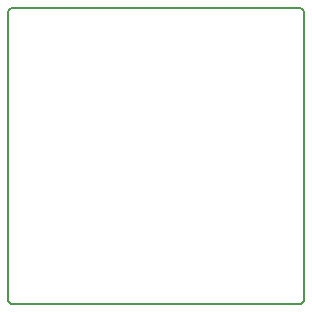
<source format=gko>
G04 Layer_Color=16711935*
%FSAX25Y25*%
%MOIN*%
G70*
G01*
G75*
%ADD34C,0.00598*%
%ADD35C,0.00600*%
D34*
X0394326Y0304781D02*
G03*
X0395351Y0305806I-0000000J0001025D01*
G01*
X0296926Y0305781D02*
G03*
X0297926Y0304781I0001000J0000000D01*
G01*
X0297951Y0403206D02*
G03*
X0296926Y0402181I0000000J-0001025D01*
G01*
X0395351Y0402156D02*
G03*
X0394301Y0403206I-0001050J0000000D01*
G01*
D35*
X0297926Y0304781D02*
X0394326D01*
X0296926Y0305781D02*
Y0402181D01*
X0395351Y0305806D02*
Y0402156D01*
X0297951Y0403206D02*
X0394301D01*
M02*

</source>
